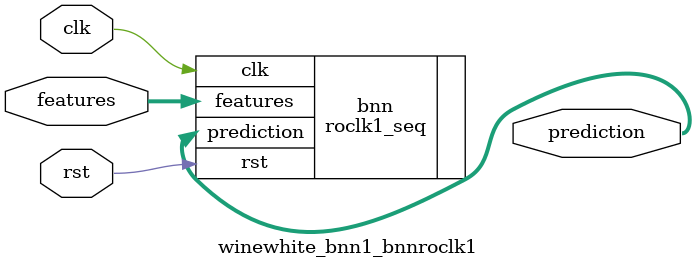
<source format=v>













module winewhite_bnn1_bnnroclk1 #(

parameter FEAT_CNT = 11,
parameter HIDDEN_CNT = 40,
parameter FEAT_BITS = 4,
parameter CLASS_CNT = 7,
parameter TEST_CNT = 1000


  ) (
  input clk,
  input rst,
  input [FEAT_CNT*FEAT_BITS-1:0] features,
  output [$clog2(CLASS_CNT)-1:0] prediction
  );

  localparam Weights0 = 440'b00010101000000000100110001011111111100001000110010111000111101011010011001100010111100110011000010111110111001101101111011100100100101010010111001101100110001100100000010000100011001111001000101010111000101001100101000101100000110011111011111100011100111101111111000100110011101011110000110100011110011010110001110100100000101101110011001000000111010100011101011100100010011100101000101010011100110000100101000111101100110011111111111010110 ;
  localparam Weights1 = 280'b1100111000000011001100101100101011000111100011011110001100111111010011101101011100011011111010110001111101001110110101110000110111101010000011000100001011010011000011011110101100001111010011101101011100001101100010110001111111101110111001110000000011001010100110110101111011010110 ;

  roclk1_seq #(.FEAT_CNT(FEAT_CNT),.FEAT_BITS(FEAT_BITS),.HIDDEN_CNT(HIDDEN_CNT),.CLASS_CNT(CLASS_CNT),.Weights0(Weights0),.Weights1(Weights1)) bnn (
    .clk(clk),
    .rst(rst),
    .features(features),
    .prediction(prediction)
  );

endmodule

</source>
